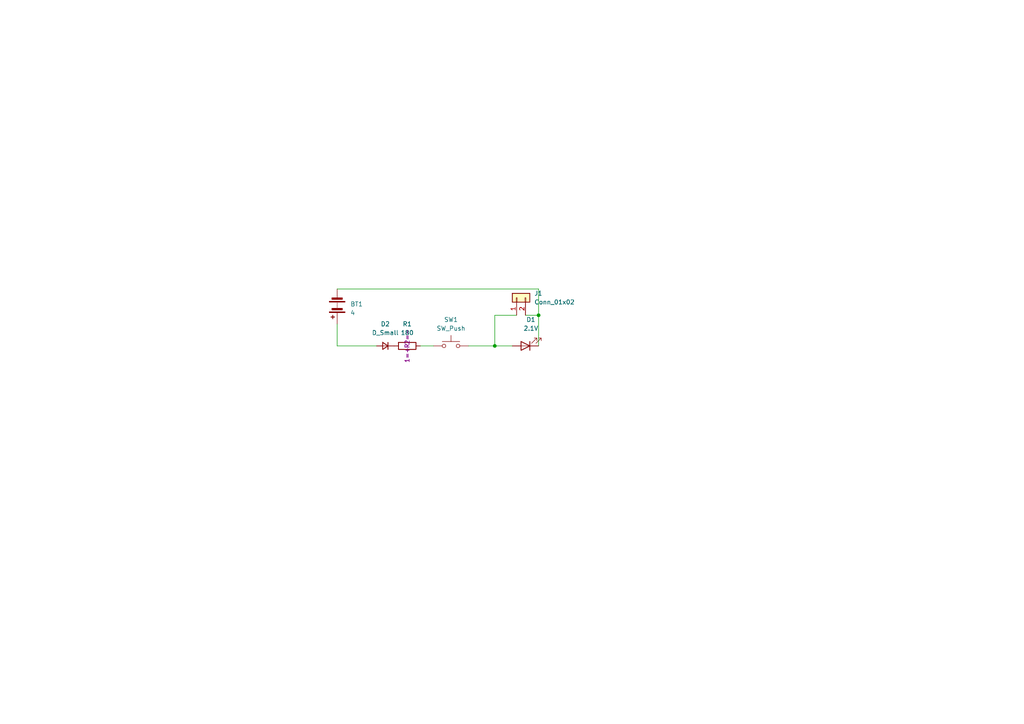
<source format=kicad_sch>
(kicad_sch (version 20250114) (generator "eeschema") (generator_version "9.0")
  (paper "A4")
  (lib_symbols
    (symbol "Connector_Generic:Conn_01x02" (pin_names (offset 1.016) (hide yes))
      (property "Reference" "J" (at 0 2.54 0))
      (property "Value" "Conn_01x02" (at 0 -5.08 0))
      (symbol "Conn_01x02_1_1"
        (rectangle (start -1.27 1.27) (end 1.27 -3.81) (stroke (width 0.254)) (fill (type background)))
        (rectangle (start -1.27 0.127) (end 0 -0.127) (stroke (width 0.1524)))
        (rectangle (start -1.27 -2.413) (end 0 -2.667) (stroke (width 0.1524)))
        (pin passive line (at -5.08 0 0) (length 3.81) (name "Pin_1") (number "1"))
        (pin passive line (at -5.08 -2.54 0) (length 3.81) (name "Pin_2") (number "2"))
      )
    )
    (symbol "Device:Battery" (pin_numbers (hide yes)) (pin_names (offset 0) (hide yes))
      (property "Reference" "BT" (at 2.54 2.54 0))
      (property "Value" "Battery" (at 2.54 0 0))
      (symbol "Battery_0_1"
        (rectangle (start -2.286 1.778) (end 2.286 1.524) (fill (type outline)))
        (rectangle (start -2.286 -1.27) (end 2.286 -1.524) (fill (type outline)))
        (rectangle (start -1.524 1.016) (end 1.524 0.508) (fill (type outline)))
        (rectangle (start -1.524 -2.032) (end 1.524 -2.54) (fill (type outline)))
        (polyline (pts (xy 0 1.778) (xy 0 2.54)))
        (polyline (pts (xy 0 0) (xy 0 0.254)))
        (polyline (pts (xy 0 -0.508) (xy 0 -0.254)))
        (polyline (pts (xy 0 -1.016) (xy 0 -0.762)))
        (polyline (pts (xy 0.762 3.048) (xy 1.778 3.048)) (stroke (width 0.254)))
        (polyline (pts (xy 1.27 3.556) (xy 1.27 2.54)) (stroke (width 0.254)))
      )
      (symbol "Battery_1_1"
        (pin passive line (at 0 5.08 270) (length 2.54) (name "+") (number "1"))
        (pin passive line (at 0 -5.08 90) (length 2.54) (name "-") (number "2"))
      )
    )
    (symbol "Device:D_Small" (pin_numbers (hide yes)) (pin_names (offset 0.254) (hide yes))
      (property "Reference" "D" (at -1.27 2.032 0))
      (property "Value" "D_Small" (at -3.81 -2.032 0))
      (symbol "D_Small_0_1"
        (polyline (pts (xy -0.762 0) (xy 0.762 0)))
        (polyline (pts (xy -0.762 -1.016) (xy -0.762 1.016)) (stroke (width 0.254)))
        (polyline (pts (xy 0.762 -1.016) (xy -0.762 0) (xy 0.762 1.016) (xy 0.762 -1.016)) (stroke (width 0.254)))
      )
      (symbol "D_Small_1_1"
        (pin passive line (at -2.54 0 0) (length 1.778) (name "K") (number "1"))
        (pin passive line (at 2.54 0 180) (length 1.778) (name "A") (number "2"))
      )
    )
    (symbol "Device:LED" (pin_numbers (hide yes)) (pin_names (offset 1.016) (hide yes))
      (property "Reference" "D" (at 0 2.54 0))
      (property "Value" "LED" (at 0 -2.54 0))
      (symbol "LED_0_1"
        (polyline (pts (xy -3.048 -0.762) (xy -4.572 -2.286) (xy -3.81 -2.286) (xy -4.572 -2.286) (xy -4.572 -1.524)))
        (polyline (pts (xy -1.778 -0.762) (xy -3.302 -2.286) (xy -2.54 -2.286) (xy -3.302 -2.286) (xy -3.302 -1.524)))
        (polyline (pts (xy -1.27 0) (xy 1.27 0)))
        (polyline (pts (xy -1.27 -1.27) (xy -1.27 1.27)) (stroke (width 0.254)))
        (polyline (pts (xy 1.27 -1.27) (xy 1.27 1.27) (xy -1.27 0) (xy 1.27 -1.27)) (stroke (width 0.254)))
      )
      (symbol "LED_1_1"
        (pin passive line (at -3.81 0 0) (length 2.54) (name "K") (number "1"))
        (pin passive line (at 3.81 0 180) (length 2.54) (name "A") (number "2"))
      )
    )
    (symbol "Device:R" (pin_numbers (hide yes)) (pin_names (offset 0))
      (property "Reference" "R" (at 2.032 0 90))
      (property "Value" "R" (at 0 0 90))
      (symbol "R_0_1"
        (rectangle (start -1.016 -2.54) (end 1.016 2.54) (stroke (width 0.254)))
      )
      (symbol "R_1_1"
        (pin passive line (at 0 3.81 270) (length 1.27) (name "~") (number "1"))
        (pin passive line (at 0 -3.81 90) (length 1.27) (name "~") (number "2"))
      )
    )
    (symbol "Switch:SW_Push" (pin_numbers (hide yes)) (pin_names (offset 1.016) (hide yes))
      (property "Reference" "SW" (at 1.27 2.54 0))
      (property "Value" "SW_Push" (at 0 -1.524 0))
      (symbol "SW_Push_0_1"
        (circle (center -2.032 0) (radius 0.508))
        (polyline (pts (xy 0 1.27) (xy 0 3.048)))
        (circle (center 2.032 0) (radius 0.508))
        (polyline (pts (xy 2.54 1.27) (xy -2.54 1.27)))
        (pin passive line (at -5.08 0 0) (length 2.54) (name "1") (number "1"))
        (pin passive line (at 5.08 0 180) (length 2.54) (name "2") (number "2"))
      )
    )
  )
  (junction (at 143.51 100.33))
  (junction (at 156.21 91.44))
  (wire (pts (xy 97.79 93.98) (xy 97.79 100.33)))
  (wire (pts (xy 143.51 91.44) (xy 143.51 100.33)))
  (wire (pts (xy 152.4 91.44) (xy 156.21 91.44)))
  (wire (pts (xy 143.51 100.33) (xy 148.59 100.33)))
  (wire (pts (xy 156.21 91.44) (xy 156.21 100.33)))
  (wire (pts (xy 135.89 100.33) (xy 143.51 100.33)))
  (wire (pts (xy 121.92 100.33) (xy 125.73 100.33)))
  (wire (pts (xy 97.79 83.82) (xy 156.21 83.82)))
  (wire (pts (xy 156.21 83.82) (xy 156.21 91.44)))
  (wire (pts (xy 143.51 91.44) (xy 149.86 91.44)))
  (wire (pts (xy 97.79 100.33) (xy 109.22 100.33)))
  (symbol (lib_id "Connector_Generic:Conn_01x02") (at 149.86 86.36 90) (unit 1) (exclude_from_sim yes)
    (property "Reference" "J1" (at 154.94 85.0899 90) (effects (justify right)))
    (property "Value" "Conn_01x02" (at 154.94 87.6299 90) (effects (justify right)))
    (property "Footprint" "Connector_PinHeader_2.00mm:PinHeader_1x02_P2.00mm_Horizontal" (effects (hide yes)))
    (property "Description" "Generic connector, single row, 01x02, script generated (kicad-library-utils/schlib/autogen/connector/)" (effects (hide yes)))
  )
  (symbol (lib_id "Device:D_Small") (at 111.76 100.33 180) (unit 1)
    (property "Reference" "D2" (at 111.76 93.98 0))
    (property "Value" "D_Small" (at 111.76 96.52 0))
    (property "Footprint" "Diode_THT:D_T-1_P5.08mm_Horizontal" (effects (hide yes)))
    (property "Description" "Diode, small symbol" (effects (hide yes)))
    (property "Sim.Device" "D" (effects (hide yes)))
    (property "Sim.Pins" "1=K 2=A" (effects (hide yes)))
    (property "Sim.Params" "fv_max=1.1 bv_max=1000" (effects (hide yes)))
  )
  (symbol (lib_id "Device:R") (at 118.11 100.33 270) (unit 1)
    (property "Reference" "R1" (at 118.11 93.98 90))
    (property "Value" "180" (at 118.11 96.52 90))
    (property "Footprint" "Resistor_THT:R_Axial_DIN0207_L6.3mm_D2.5mm_P7.62mm_Horizontal" (effects (hide yes)))
    (property "Description" "Resistor" (effects (hide yes)))
    (property "Sim.Device" "R" (at 118.11 100.33 0))
    (property "Sim.Pins" "1=+ 2=-" (at 118.11 100.33 0))
  )
  (symbol (lib_id "Device:LED") (at 152.4 100.33 180) (unit 1)
    (property "Reference" "D1" (at 153.9875 92.71 0))
    (property "Value" "2.1V" (at 153.9875 95.25 0))
    (property "Footprint" "LED_THT:LED_D3.0mm" (effects (hide yes)))
    (property "Description" "Light emitting diode" (effects (hide yes)))
    (property "Sim.Pins" "1=A 2=K" (effects (hide yes)))
    (property "Sim.Device" "D" (effects (hide yes)))
    (property "Sim.Params" "fv_max=2.1" (effects (hide yes)))
  )
  (symbol (lib_id "Device:Battery") (at 97.79 88.9 180) (unit 1)
    (property "Reference" "BT1" (at 101.6 88.2014 0) (effects (justify right)))
    (property "Value" "4" (at 101.6 90.7414 0) (effects (justify right)))
    (property "Footprint" "Battery:BatteryHolder_Keystone_2462_2xAA" (effects (hide yes)))
    (property "Description" "Multiple-cell battery" (effects (hide yes)))
    (property "Sim.Device" "V" (effects (hide yes)))
    (property "Sim.Type" "DC" (effects (hide yes)))
    (property "Sim.Pins" "1=+ 2=-" (effects (hide yes)))
  )
  (symbol (lib_id "Switch:SW_Push") (at 130.81 100.33 0) (unit 1)
    (property "Reference" "SW1" (at 130.81 92.71 0))
    (property "Value" "SW_Push" (at 130.81 95.25 0))
    (property "Footprint" "Button_Switch_THT:SW_DIP_SPSTx01_Piano_10.8x4.1mm_W7.62mm_P2.54mm" (effects (hide yes)))
    (property "Description" "Push button switch, generic, two pins" (effects (hide yes)))
    (property "Sim.Device" "SW" (effects (hide yes)))
    (property "Sim.Type" "V" (effects (hide yes)))
    (property "Sim.Pins" "1=ctrl+ 2=ctrl-" (effects (hide yes)))
    (property "Sim.Params" "ic=on" (effects (hide yes)))
  )
)
</source>
